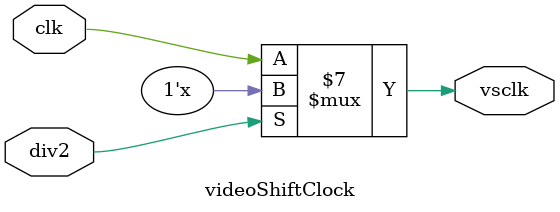
<source format=v>
module videoShiftClock(
	input clk,
	input div2,
	output reg vsclk
);

initial begin
	vsclk = 0;
end

always @(clk, div2) begin
	if (div2) begin
		if (clk)
			vsclk <= ~vsclk;
	end else begin
		vsclk <= clk;
	end
end

endmodule
</source>
